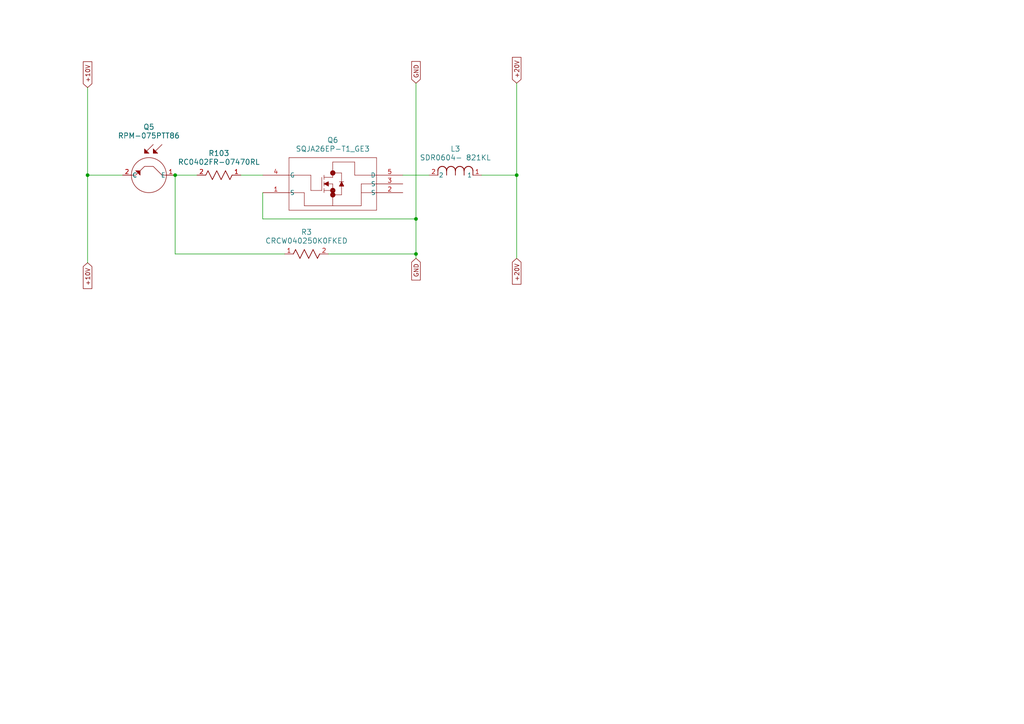
<source format=kicad_sch>
(kicad_sch (version 20250114) (generator "eeschema") (generator_version "9.0")
  (paper "A4")
  (lib_symbols
    (symbol "CRCW040250K0FKED:CRCW040250K0FKED" (pin_names (offset 0.254))
      (property "Reference" "R" (at 0 7.366 0))
      (property "Value" "CRCW040250K0FKED" (at 1.016 4.572 0))
      (symbol "CRCW040250K0FKED_1_1"
        (polyline (pts (xy -3.81 0) (xy -3.175 1.27)) (stroke (width 0.2032)))
        (polyline (pts (xy -3.175 1.27) (xy -1.905 -1.27)) (stroke (width 0.2032)))
        (polyline (pts (xy -1.905 -1.27) (xy -0.635 1.27)) (stroke (width 0.2032)))
        (polyline (pts (xy -0.635 1.27) (xy 0.635 -1.27)) (stroke (width 0.2032)))
        (polyline (pts (xy 0.635 -1.27) (xy 1.905 1.27)) (stroke (width 0.2032)))
        (polyline (pts (xy 1.905 1.27) (xy 3.175 -1.27)) (stroke (width 0.2032)))
        (polyline (pts (xy 3.175 -1.27) (xy 3.81 0)) (stroke (width 0.2032)))
        (pin unspecified line (at -6.35 0 0) (length 2.54) (name "") (number "1"))
        (pin unspecified line (at 6.35 0 180) (length 2.54) (name "") (number "2"))
      )
      (symbol "CRCW040250K0FKED_1_2"
        (polyline (pts (xy -1.27 8.255) (xy 1.27 9.525)) (stroke (width 0.2032)))
        (polyline (pts (xy -1.27 5.715) (xy 1.27 6.985)) (stroke (width 0.2032)))
        (polyline (pts (xy -1.27 3.175) (xy 1.27 4.445)) (stroke (width 0.2032)))
        (polyline (pts (xy 0 2.54) (xy -1.27 3.175)) (stroke (width 0.2032)))
        (polyline (pts (xy 1.27 9.525) (xy 0 10.16)) (stroke (width 0.2032)))
        (polyline (pts (xy 1.27 6.985) (xy -1.27 8.255)) (stroke (width 0.2032)))
        (polyline (pts (xy 1.27 4.445) (xy -1.27 5.715)) (stroke (width 0.2032)))
        (pin unspecified line (at 0 12.7 270) (length 2.54) (name "") (number "1"))
        (pin unspecified line (at 0 0 90) (length 2.54) (name "") (number "2"))
      )
    )
    (symbol "RC042FR_07470RL:RC0402FR-07470RL" (pin_names (offset 0.254))
      (property "Reference" "R" (at 0 7.366 0))
      (property "Value" "RC0402FR-07470RL" (at 0 4.572 0))
      (symbol "RC0402FR-07470RL_1_1"
        (polyline (pts (xy -3.81 0) (xy -3.175 1.27)) (stroke (width 0.2032)))
        (polyline (pts (xy -3.175 1.27) (xy -1.905 -1.27)) (stroke (width 0.2032)))
        (polyline (pts (xy -1.905 -1.27) (xy -0.635 1.27)) (stroke (width 0.2032)))
        (polyline (pts (xy -0.635 1.27) (xy 0.635 -1.27)) (stroke (width 0.2032)))
        (polyline (pts (xy 0.635 -1.27) (xy 1.905 1.27)) (stroke (width 0.2032)))
        (polyline (pts (xy 1.905 1.27) (xy 3.175 -1.27)) (stroke (width 0.2032)))
        (polyline (pts (xy 3.175 -1.27) (xy 3.81 0)) (stroke (width 0.2032)))
        (pin unspecified line (at -6.35 0 0) (length 2.54) (name "") (number "2"))
        (pin unspecified line (at 6.35 0 180) (length 2.54) (name "") (number "1"))
      )
      (symbol "RC0402FR-07470RL_1_2"
        (polyline (pts (xy -1.27 8.255) (xy 1.27 9.525)) (stroke (width 0.2032)))
        (polyline (pts (xy -1.27 5.715) (xy 1.27 6.985)) (stroke (width 0.2032)))
        (polyline (pts (xy -1.27 3.175) (xy 1.27 4.445)) (stroke (width 0.2032)))
        (polyline (pts (xy 0 2.54) (xy -1.27 3.175)) (stroke (width 0.2032)))
        (polyline (pts (xy 1.27 9.525) (xy 0 10.16)) (stroke (width 0.2032)))
        (polyline (pts (xy 1.27 6.985) (xy -1.27 8.255)) (stroke (width 0.2032)))
        (polyline (pts (xy 1.27 4.445) (xy -1.27 5.715)) (stroke (width 0.2032)))
        (pin unspecified line (at 0 12.7 270) (length 2.54) (name "") (number "1"))
        (pin unspecified line (at 0 0 90) (length 2.54) (name "") (number "2"))
      )
    )
    (symbol "RPM-075PTT86:RPM-075PTT86" (pin_names (offset 0.254))
      (property "Reference" "Q" (at 0 14.478 0))
      (property "Value" "RPM-075PTT86" (at 0 11.43 0))
      (symbol "RPM-075PTT86_1_1"
        (polyline (pts (xy -5.08 0) (xy -3.81 0) (xy -1.27 2.54) (xy 1.27 2.54) (xy 3.81 0) (xy 5.08 0)))
        (polyline (pts (xy -3.81 1.27) (xy -2.54 1.27) (xy -2.54 0) (xy -3.81 1.27)) (fill (type outline)))
        (polyline (pts (xy -1.27 6.35) (xy 1.27 8.89)))
        (polyline (pts (xy 0 6.35) (xy -1.27 6.35) (xy -1.27 7.62) (xy 0 6.35)) (fill (type outline)))
        (circle (center 0 0) (radius 5.08))
        (polyline (pts (xy 1.27 6.35) (xy 3.81 8.89)))
        (polyline (pts (xy 2.54 6.35) (xy 1.27 6.35) (xy 1.27 7.62) (xy 2.54 6.35)) (fill (type outline)))
        (pin unspecified line (at -7.62 0 0) (length 2.54) (name "C") (number "2"))
        (pin unspecified line (at 7.62 0 180) (length 2.54) (name "E") (number "1"))
      )
    )
    (symbol "SDR0604-821KL:SDR0604-_821KL" (pin_names (offset 0.254))
      (property "Reference" "L" (at -0.254 8.89 0))
      (property "Value" "SDR0604- 821KL" (at 0.508 5.588 0))
      (symbol "SDR0604-_821KL_1_1"
        (polyline (pts (xy -5.08 0) (xy -5.08 1.27)) (stroke (width 0.2032)))
        (arc (start -5.08 1.27) (mid -3.81 2.5344) (end -2.54 1.27) (stroke (width 0.254)))
        (polyline (pts (xy -2.54 0) (xy -2.54 1.27)) (stroke (width 0.2032)))
        (arc (start -2.54 1.27) (mid -1.27 2.5344) (end 0 1.27) (stroke (width 0.254)))
        (polyline (pts (xy 0 0) (xy 0 1.27)) (stroke (width 0.2032)))
        (arc (start 0 1.27) (mid 1.27 2.5344) (end 2.54 1.27) (stroke (width 0.254)))
        (polyline (pts (xy 2.54 0) (xy 2.54 1.27)) (stroke (width 0.2032)))
        (arc (start 2.54 1.27) (mid 3.81 2.5344) (end 5.08 1.27) (stroke (width 0.254)))
        (polyline (pts (xy 5.08 0) (xy 5.08 1.27)) (stroke (width 0.2032)))
        (pin unspecified line (at -7.62 0 0) (length 2.54) (name "2") (number "2"))
        (pin unspecified line (at 7.62 0 180) (length 2.54) (name "1") (number "1"))
      )
      (symbol "SDR0604-_821KL_1_2"
        (arc (start -1.27 10.16) (mid -2.5344 11.43) (end -1.27 12.7) (stroke (width 0.254)))
        (arc (start -1.27 7.62) (mid -2.5344 8.89) (end -1.27 10.16) (stroke (width 0.254)))
        (arc (start -1.27 5.08) (mid -2.5344 6.35) (end -1.27 7.62) (stroke (width 0.254)))
        (arc (start -1.27 2.54) (mid -2.5344 3.81) (end -1.27 5.08) (stroke (width 0.254)))
        (polyline (pts (xy 0 12.7) (xy -1.27 12.7)) (stroke (width 0.2032)))
        (polyline (pts (xy 0 10.16) (xy -1.27 10.16)) (stroke (width 0.2032)))
        (polyline (pts (xy 0 7.62) (xy -1.27 7.62)) (stroke (width 0.2032)))
        (polyline (pts (xy 0 5.08) (xy -1.27 5.08)) (stroke (width 0.2032)))
        (polyline (pts (xy 0 2.54) (xy -1.27 2.54)) (stroke (width 0.2032)))
        (pin unspecified line (at 0 15.24 270) (length 2.54) (name "1") (number "1"))
        (pin unspecified line (at 0 0 90) (length 2.54) (name "2") (number "2"))
      )
    )
    (symbol "SQJA26EP-T1_GE3:SQJA26EP-T1_GE3" (pin_names (offset 0.254))
      (property "Reference" "Q" (at 0 12.7 0))
      (property "Value" "SQJA26EP-T1_GE3" (at 0 10.16 0))
      (symbol "SQJA26EP-T1_GE3_0_1"
        (polyline (pts (xy -12.7 7.62) (xy -12.7 -7.62)) (stroke (width 0.127)))
        (polyline (pts (xy -12.7 2.54) (xy -6.35 2.54)) (stroke (width 0.127)))
        (polyline (pts (xy -12.7 -2.54) (xy -8.255 -2.54)) (stroke (width 0.127)))
        (polyline (pts (xy -12.7 -7.62) (xy 12.7 -7.62)) (stroke (width 0.127)))
        (polyline (pts (xy -8.255 -2.54) (xy -8.255 -6.35)) (stroke (width 0.127)))
        (polyline (pts (xy -8.255 -6.35) (xy 8.255 -6.35)) (stroke (width 0.127)))
        (polyline (pts (xy -6.35 2.54) (xy -6.35 -1.905)) (stroke (width 0.127)))
        (polyline (pts (xy -6.35 -1.905) (xy -3.175 -1.905)) (stroke (width 0.127)))
        (polyline (pts (xy -3.175 1.905) (xy -3.175 -1.905)) (stroke (width 0.127)))
        (polyline (pts (xy -2.54 1.905) (xy 0 1.905)) (stroke (width 0.127)))
        (polyline (pts (xy -2.54 1.27) (xy -2.54 2.54)) (stroke (width 0.127)))
        (polyline (pts (xy -2.54 0.635) (xy -2.54 -0.635)) (stroke (width 0.127)))
        (polyline (pts (xy -2.54 0) (xy -1.27 0.635)) (stroke (width 0.127)))
        (polyline (pts (xy -2.54 0) (xy -1.27 -0.635)) (stroke (width 0.127)))
        (polyline (pts (xy -2.54 0) (xy -1.27 0.635) (xy -1.27 -0.635)) (fill (type outline)))
        (polyline (pts (xy -2.54 -1.27) (xy -2.54 -2.54)) (stroke (width 0.127)))
        (polyline (pts (xy -2.54 -1.905) (xy 0 -1.905)) (stroke (width 0.127)))
        (polyline (pts (xy -1.27 0.635) (xy -1.27 -0.635)) (stroke (width 0.127)))
        (circle (center 0 3.175) (radius 0.127) (stroke (width 0.635)))
        (polyline (pts (xy 0 3.175) (xy 2.54 3.175)) (stroke (width 0.127)))
        (polyline (pts (xy 0 1.905) (xy 0 6.35)) (stroke (width 0.127)))
        (polyline (pts (xy 0 0) (xy -2.54 0)) (stroke (width 0.127)))
        (polyline (pts (xy 0 0) (xy 0 -6.35)) (stroke (width 0.127)))
        (circle (center 0 -1.905) (radius 0.127) (stroke (width 0.635)))
        (polyline (pts (xy 0 -3.175) (xy 2.54 -3.175)) (stroke (width 0.127)))
        (circle (center 0 -3.175) (radius 0.127) (stroke (width 0.635)))
        (polyline (pts (xy 1.905 0.635) (xy 3.175 0.635)) (stroke (width 0.127)))
        (polyline (pts (xy 1.905 -0.635) (xy 3.175 -0.635)) (stroke (width 0.127)))
        (polyline (pts (xy 1.905 -0.635) (xy 3.175 -0.635) (xy 2.54 0.635)) (fill (type outline)))
        (polyline (pts (xy 2.54 0.635) (xy 1.905 -0.635)) (stroke (width 0.127)))
        (polyline (pts (xy 2.54 -3.175) (xy 2.54 3.175)) (stroke (width 0.127)))
        (polyline (pts (xy 3.175 -0.635) (xy 2.54 0.635)) (stroke (width 0.127)))
        (polyline (pts (xy 6.35 6.35) (xy 0 6.35)) (stroke (width 0.127)))
        (polyline (pts (xy 6.35 2.54) (xy 6.35 6.35)) (stroke (width 0.127)))
        (polyline (pts (xy 8.255 0) (xy 12.7 0)) (stroke (width 0.127)))
        (polyline (pts (xy 8.255 -6.35) (xy 8.255 0)) (stroke (width 0.127)))
        (polyline (pts (xy 12.7 7.62) (xy -12.7 7.62)) (stroke (width 0.127)))
        (polyline (pts (xy 12.7 2.54) (xy 6.35 2.54)) (stroke (width 0.127)))
        (polyline (pts (xy 12.7 -2.54) (xy 8.255 -2.54)) (stroke (width 0.127)))
        (polyline (pts (xy 12.7 -7.62) (xy 12.7 7.62)) (stroke (width 0.127)))
        (pin unspecified line (at -20.32 2.54 0) (length 7.62) (name "G") (number "4"))
        (pin unspecified line (at -20.32 -2.54 0) (length 7.62) (name "S") (number "1"))
        (pin unspecified line (at 20.32 2.54 180) (length 7.62) (name "D") (number "5"))
        (pin unspecified line (at 20.32 0 180) (length 7.62) (name "S") (number "3"))
        (pin unspecified line (at 20.32 -2.54 180) (length 7.62) (name "S") (number "2"))
      )
    )
  )
  (junction (at 50.8 50.8))
  (junction (at 149.86 50.8))
  (junction (at 120.65 73.66))
  (junction (at 120.65 63.5))
  (junction (at 25.4 50.8))
  (wire (pts (xy 76.2 63.5) (xy 120.65 63.5)))
  (wire (pts (xy 120.65 63.5) (xy 120.65 73.66)))
  (wire (pts (xy 50.8 50.8) (xy 50.8 73.66)))
  (wire (pts (xy 50.8 73.66) (xy 82.55 73.66)))
  (wire (pts (xy 149.86 50.8) (xy 149.86 74.93)))
  (wire (pts (xy 69.85 50.8) (xy 76.2 50.8)))
  (wire (pts (xy 25.4 50.8) (xy 25.4 76.2)))
  (wire (pts (xy 25.4 25.4) (xy 25.4 50.8)))
  (wire (pts (xy 149.86 24.13) (xy 149.86 50.8)))
  (wire (pts (xy 35.56 50.8) (xy 25.4 50.8)))
  (wire (pts (xy 120.65 24.13) (xy 120.65 63.5)))
  (wire (pts (xy 120.65 73.66) (xy 120.65 74.93)))
  (wire (pts (xy 50.8 50.8) (xy 57.15 50.8)))
  (wire (pts (xy 116.84 50.8) (xy 124.46 50.8)))
  (wire (pts (xy 95.25 73.66) (xy 120.65 73.66)))
  (wire (pts (xy 76.2 55.88) (xy 76.2 63.5)))
  (wire (pts (xy 139.7 50.8) (xy 149.86 50.8)))
  (global_label "+10V" (shape input) (at 25.4 76.2 270) (property "Intersheetrefs" "${INTERSHEET_REFS}" (effects (hide yes))))
  (global_label "+20V" (shape input) (at 149.86 24.13 90) (property "Intersheetrefs" "${INTERSHEET_REFS}" (effects (hide yes))))
  (global_label "GND" (shape input) (at 120.65 24.13 90) (property "Intersheetrefs" "${INTERSHEET_REFS}" (effects (hide yes))))
  (global_label "+10V" (shape input) (at 25.4 25.4 90) (property "Intersheetrefs" "${INTERSHEET_REFS}" (effects (hide yes))))
  (global_label "+20V" (shape input) (at 149.86 74.93 270) (property "Intersheetrefs" "${INTERSHEET_REFS}" (effects (hide yes))))
  (global_label "GND" (shape input) (at 120.65 74.93 270) (property "Intersheetrefs" "${INTERSHEET_REFS}" (effects (hide yes))))
  (symbol (lib_id "RPM-075PTT86:RPM-075PTT86") (at 43.18 50.8 0) (unit 1)
    (property "Reference" "Q1" (at 43.18 36.83 0) (effects (font (size 1.524 1.524))))
    (property "Value" "RPM-075PTT86" (at 43.18 39.37 0) (effects (font (size 1.524 1.524))))
    (property "Footprint" "footprints:TRANS_RPM-075P_ROM" (effects (hide yes)))
    (property "Datasheet" "RPM-075PTT86" (effects (hide yes)))
    (instances (project "LightTouch_10x10" (path "" (reference "Q5") (unit 1)) (path "" (reference "Q1") (unit 1)) (path "" (reference "Q7") (unit 1)) (path "" (reference "Q15") (unit 1)) (path "" (reference "Q9") (unit 1)) (path "" (reference "Q13") (unit 1)) (path "" (reference "Q17") (unit 1)) (path "" (reference "Q3") (unit 1)) (path "" (reference "Q11") (unit 1))))
  )
  (symbol (lib_id "CRCW040250K0FKED:CRCW040250K0FKED") (at 88.9 73.66 0) (unit 1)
    (property "Reference" "R1" (at 88.9 67.31 0) (effects (font (size 1.524 1.524))))
    (property "Value" "CRCW040250K0FKED" (at 88.9 69.85 0) (effects (font (size 1.524 1.524))))
    (property "Footprint" "footprints:RES_CRCW0402_VIS" (effects (hide yes)))
    (property "Datasheet" "CRCW040250K0FKED" (effects (hide yes)))
    (instances (project "LightTouch_10x10" (path "" (reference "R3") (unit 1)) (path "" (reference "R1") (unit 1)) (path "" (reference "R4") (unit 1)) (path "" (reference "R8") (unit 1)) (path "" (reference "R5") (unit 1)) (path "" (reference "R7") (unit 1)) (path "" (reference "R9") (unit 1)) (path "" (reference "R2") (unit 1)) (path "" (reference "R6") (unit 1))))
  )
  (symbol (lib_id "RC042FR_07470RL:RC0402FR-07470RL") (at 63.5 50.8 0) (unit 1)
    (property "Reference" "R101" (at 63.5 44.45 0) (effects (font (size 1.524 1.524))))
    (property "Value" "RC0402FR-07470RL" (at 63.5 46.99 0) (effects (font (size 1.524 1.524))))
    (property "Footprint" "footprints:RC0402N_YAG" (effects (hide yes)))
    (property "Datasheet" "RC0402FR-07470RL" (effects (hide yes)))
    (instances (project "" (path "" (reference "R103") (unit 1)) (path "" (reference "R101") (unit 1)) (path "" (reference "R104") (unit 1)) (path "" (reference "R108") (unit 1)) (path "" (reference "R105") (unit 1)) (path "" (reference "R107") (unit 1)) (path "" (reference "R109") (unit 1)) (path "" (reference "R102") (unit 1)) (path "" (reference "R106") (unit 1))))
  )
  (symbol (lib_id "SDR0604-821KL:SDR0604-_821KL") (at 132.08 50.8 0) (unit 1)
    (property "Reference" "L1" (at 132.08 43.18 0) (effects (font (size 1.524 1.524))))
    (property "Value" "SDR0604- 821KL" (at 132.08 45.72 0) (effects (font (size 1.524 1.524))))
    (property "Footprint" "footprints:IND_BOURNS_SDR0604" (effects (hide yes)))
    (property "Datasheet" "SDR0604- 821KL" (effects (hide yes)))
    (instances (project "LightTouch_10x10" (path "" (reference "L3") (unit 1)) (path "" (reference "L1") (unit 1)) (path "" (reference "L4") (unit 1)) (path "" (reference "L8") (unit 1)) (path "" (reference "L5") (unit 1)) (path "" (reference "L7") (unit 1)) (path "" (reference "L9") (unit 1)) (path "" (reference "L2") (unit 1)) (path "" (reference "L6") (unit 1))))
  )
  (symbol (lib_id "SQJA26EP-T1_GE3:SQJA26EP-T1_GE3") (at 96.52 53.34 0) (unit 1)
    (property "Reference" "Q2" (at 96.52 40.64 0) (effects (font (size 1.524 1.524))))
    (property "Value" "SQJA26EP-T1_GE3" (at 96.52 43.18 0) (effects (font (size 1.524 1.524))))
    (property "Footprint" "footprints:PowerPAK_SO-8L_3_VIS" (effects (hide yes)))
    (property "Datasheet" "SQJA26EP-T1_GE3" (effects (hide yes)))
    (instances (project "" (path "" (reference "Q6") (unit 1)) (path "" (reference "Q2") (unit 1)) (path "" (reference "Q8") (unit 1)) (path "" (reference "Q16") (unit 1)) (path "" (reference "Q10") (unit 1)) (path "" (reference "Q14") (unit 1)) (path "" (reference "Q18") (unit 1)) (path "" (reference "Q4") (unit 1)) (path "" (reference "Q12") (unit 1))))
  )
)
</source>
